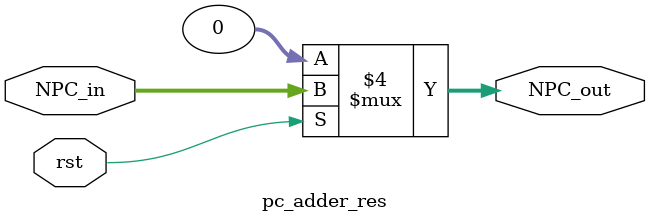
<source format=v>
`timescale 1ns / 1ps


module pc_adder_res(
    input wire rst,    
    input wire [31:0] NPC_in,
    output reg [31:0] NPC_out
    );
    
  always @(*) begin
    if (!rst) begin
      
      NPC_out <= 32'h00000000;
    end else  begin
      NPC_out <= NPC_in;
    end
  end
endmodule
</source>
